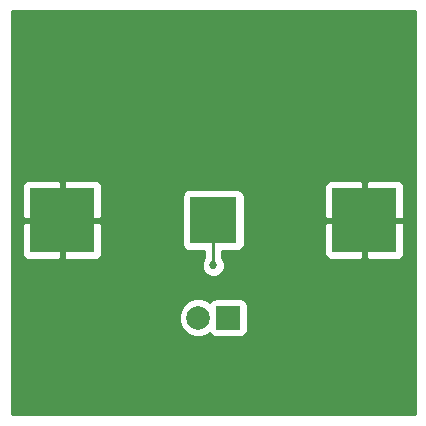
<source format=gbr>
G04 #@! TF.FileFunction,Copper,L2,Bot,Signal*
%FSLAX46Y46*%
G04 Gerber Fmt 4.6, Leading zero omitted, Abs format (unit mm)*
G04 Created by KiCad (PCBNEW 4.0.6) date 2017 March 28, Tuesday 16:58:51*
%MOMM*%
%LPD*%
G01*
G04 APERTURE LIST*
%ADD10C,0.100000*%
%ADD11R,4.000000X4.000000*%
%ADD12R,5.500000X5.500000*%
%ADD13R,2.000000X2.000000*%
%ADD14C,2.000000*%
%ADD15C,0.685800*%
%ADD16C,0.254000*%
G04 APERTURE END LIST*
D10*
D11*
X213360000Y-128905000D03*
D12*
X200560000Y-128905000D03*
X226160000Y-128905000D03*
D13*
X214630000Y-137160000D03*
D14*
X212090000Y-137160000D03*
D15*
X213360000Y-132715000D03*
X208915000Y-129540000D03*
X215265000Y-121920000D03*
D16*
X213360000Y-128905000D02*
X213360000Y-132715000D01*
G36*
X230430000Y-145340000D02*
X196290000Y-145340000D01*
X196290000Y-137483795D01*
X210454716Y-137483795D01*
X210703106Y-138084943D01*
X211162637Y-138545278D01*
X211763352Y-138794716D01*
X212413795Y-138795284D01*
X213014943Y-138546894D01*
X213081574Y-138480379D01*
X213165910Y-138611441D01*
X213378110Y-138756431D01*
X213630000Y-138807440D01*
X215630000Y-138807440D01*
X215865317Y-138763162D01*
X216081441Y-138624090D01*
X216226431Y-138411890D01*
X216277440Y-138160000D01*
X216277440Y-136160000D01*
X216233162Y-135924683D01*
X216094090Y-135708559D01*
X215881890Y-135563569D01*
X215630000Y-135512560D01*
X213630000Y-135512560D01*
X213394683Y-135556838D01*
X213178559Y-135695910D01*
X213081090Y-135838561D01*
X213017363Y-135774722D01*
X212416648Y-135525284D01*
X211766205Y-135524716D01*
X211165057Y-135773106D01*
X210704722Y-136232637D01*
X210455284Y-136833352D01*
X210454716Y-137483795D01*
X196290000Y-137483795D01*
X196290000Y-129190750D01*
X197175000Y-129190750D01*
X197175000Y-131781310D01*
X197271673Y-132014699D01*
X197450302Y-132193327D01*
X197683691Y-132290000D01*
X200274250Y-132290000D01*
X200433000Y-132131250D01*
X200433000Y-129032000D01*
X200687000Y-129032000D01*
X200687000Y-132131250D01*
X200845750Y-132290000D01*
X203436309Y-132290000D01*
X203669698Y-132193327D01*
X203848327Y-132014699D01*
X203945000Y-131781310D01*
X203945000Y-129190750D01*
X203786250Y-129032000D01*
X200687000Y-129032000D01*
X200433000Y-129032000D01*
X197333750Y-129032000D01*
X197175000Y-129190750D01*
X196290000Y-129190750D01*
X196290000Y-126028690D01*
X197175000Y-126028690D01*
X197175000Y-128619250D01*
X197333750Y-128778000D01*
X200433000Y-128778000D01*
X200433000Y-125678750D01*
X200687000Y-125678750D01*
X200687000Y-128778000D01*
X203786250Y-128778000D01*
X203945000Y-128619250D01*
X203945000Y-126905000D01*
X210712560Y-126905000D01*
X210712560Y-130905000D01*
X210756838Y-131140317D01*
X210895910Y-131356441D01*
X211108110Y-131501431D01*
X211360000Y-131552440D01*
X212598000Y-131552440D01*
X212598000Y-132093917D01*
X212531460Y-132160341D01*
X212382270Y-132519630D01*
X212381931Y-132908663D01*
X212530493Y-133268212D01*
X212805341Y-133543540D01*
X213164630Y-133692730D01*
X213553663Y-133693069D01*
X213913212Y-133544507D01*
X214188540Y-133269659D01*
X214337730Y-132910370D01*
X214338069Y-132521337D01*
X214189507Y-132161788D01*
X214122000Y-132094163D01*
X214122000Y-131552440D01*
X215360000Y-131552440D01*
X215595317Y-131508162D01*
X215811441Y-131369090D01*
X215956431Y-131156890D01*
X216007440Y-130905000D01*
X216007440Y-129190750D01*
X222775000Y-129190750D01*
X222775000Y-131781310D01*
X222871673Y-132014699D01*
X223050302Y-132193327D01*
X223283691Y-132290000D01*
X225874250Y-132290000D01*
X226033000Y-132131250D01*
X226033000Y-129032000D01*
X226287000Y-129032000D01*
X226287000Y-132131250D01*
X226445750Y-132290000D01*
X229036309Y-132290000D01*
X229269698Y-132193327D01*
X229448327Y-132014699D01*
X229545000Y-131781310D01*
X229545000Y-129190750D01*
X229386250Y-129032000D01*
X226287000Y-129032000D01*
X226033000Y-129032000D01*
X222933750Y-129032000D01*
X222775000Y-129190750D01*
X216007440Y-129190750D01*
X216007440Y-126905000D01*
X215963162Y-126669683D01*
X215824090Y-126453559D01*
X215611890Y-126308569D01*
X215360000Y-126257560D01*
X211360000Y-126257560D01*
X211124683Y-126301838D01*
X210908559Y-126440910D01*
X210763569Y-126653110D01*
X210712560Y-126905000D01*
X203945000Y-126905000D01*
X203945000Y-126028690D01*
X222775000Y-126028690D01*
X222775000Y-128619250D01*
X222933750Y-128778000D01*
X226033000Y-128778000D01*
X226033000Y-125678750D01*
X226287000Y-125678750D01*
X226287000Y-128778000D01*
X229386250Y-128778000D01*
X229545000Y-128619250D01*
X229545000Y-126028690D01*
X229448327Y-125795301D01*
X229269698Y-125616673D01*
X229036309Y-125520000D01*
X226445750Y-125520000D01*
X226287000Y-125678750D01*
X226033000Y-125678750D01*
X225874250Y-125520000D01*
X223283691Y-125520000D01*
X223050302Y-125616673D01*
X222871673Y-125795301D01*
X222775000Y-126028690D01*
X203945000Y-126028690D01*
X203848327Y-125795301D01*
X203669698Y-125616673D01*
X203436309Y-125520000D01*
X200845750Y-125520000D01*
X200687000Y-125678750D01*
X200433000Y-125678750D01*
X200274250Y-125520000D01*
X197683691Y-125520000D01*
X197450302Y-125616673D01*
X197271673Y-125795301D01*
X197175000Y-126028690D01*
X196290000Y-126028690D01*
X196290000Y-111200000D01*
X230430000Y-111200000D01*
X230430000Y-145340000D01*
X230430000Y-145340000D01*
G37*
X230430000Y-145340000D02*
X196290000Y-145340000D01*
X196290000Y-137483795D01*
X210454716Y-137483795D01*
X210703106Y-138084943D01*
X211162637Y-138545278D01*
X211763352Y-138794716D01*
X212413795Y-138795284D01*
X213014943Y-138546894D01*
X213081574Y-138480379D01*
X213165910Y-138611441D01*
X213378110Y-138756431D01*
X213630000Y-138807440D01*
X215630000Y-138807440D01*
X215865317Y-138763162D01*
X216081441Y-138624090D01*
X216226431Y-138411890D01*
X216277440Y-138160000D01*
X216277440Y-136160000D01*
X216233162Y-135924683D01*
X216094090Y-135708559D01*
X215881890Y-135563569D01*
X215630000Y-135512560D01*
X213630000Y-135512560D01*
X213394683Y-135556838D01*
X213178559Y-135695910D01*
X213081090Y-135838561D01*
X213017363Y-135774722D01*
X212416648Y-135525284D01*
X211766205Y-135524716D01*
X211165057Y-135773106D01*
X210704722Y-136232637D01*
X210455284Y-136833352D01*
X210454716Y-137483795D01*
X196290000Y-137483795D01*
X196290000Y-129190750D01*
X197175000Y-129190750D01*
X197175000Y-131781310D01*
X197271673Y-132014699D01*
X197450302Y-132193327D01*
X197683691Y-132290000D01*
X200274250Y-132290000D01*
X200433000Y-132131250D01*
X200433000Y-129032000D01*
X200687000Y-129032000D01*
X200687000Y-132131250D01*
X200845750Y-132290000D01*
X203436309Y-132290000D01*
X203669698Y-132193327D01*
X203848327Y-132014699D01*
X203945000Y-131781310D01*
X203945000Y-129190750D01*
X203786250Y-129032000D01*
X200687000Y-129032000D01*
X200433000Y-129032000D01*
X197333750Y-129032000D01*
X197175000Y-129190750D01*
X196290000Y-129190750D01*
X196290000Y-126028690D01*
X197175000Y-126028690D01*
X197175000Y-128619250D01*
X197333750Y-128778000D01*
X200433000Y-128778000D01*
X200433000Y-125678750D01*
X200687000Y-125678750D01*
X200687000Y-128778000D01*
X203786250Y-128778000D01*
X203945000Y-128619250D01*
X203945000Y-126905000D01*
X210712560Y-126905000D01*
X210712560Y-130905000D01*
X210756838Y-131140317D01*
X210895910Y-131356441D01*
X211108110Y-131501431D01*
X211360000Y-131552440D01*
X212598000Y-131552440D01*
X212598000Y-132093917D01*
X212531460Y-132160341D01*
X212382270Y-132519630D01*
X212381931Y-132908663D01*
X212530493Y-133268212D01*
X212805341Y-133543540D01*
X213164630Y-133692730D01*
X213553663Y-133693069D01*
X213913212Y-133544507D01*
X214188540Y-133269659D01*
X214337730Y-132910370D01*
X214338069Y-132521337D01*
X214189507Y-132161788D01*
X214122000Y-132094163D01*
X214122000Y-131552440D01*
X215360000Y-131552440D01*
X215595317Y-131508162D01*
X215811441Y-131369090D01*
X215956431Y-131156890D01*
X216007440Y-130905000D01*
X216007440Y-129190750D01*
X222775000Y-129190750D01*
X222775000Y-131781310D01*
X222871673Y-132014699D01*
X223050302Y-132193327D01*
X223283691Y-132290000D01*
X225874250Y-132290000D01*
X226033000Y-132131250D01*
X226033000Y-129032000D01*
X226287000Y-129032000D01*
X226287000Y-132131250D01*
X226445750Y-132290000D01*
X229036309Y-132290000D01*
X229269698Y-132193327D01*
X229448327Y-132014699D01*
X229545000Y-131781310D01*
X229545000Y-129190750D01*
X229386250Y-129032000D01*
X226287000Y-129032000D01*
X226033000Y-129032000D01*
X222933750Y-129032000D01*
X222775000Y-129190750D01*
X216007440Y-129190750D01*
X216007440Y-126905000D01*
X215963162Y-126669683D01*
X215824090Y-126453559D01*
X215611890Y-126308569D01*
X215360000Y-126257560D01*
X211360000Y-126257560D01*
X211124683Y-126301838D01*
X210908559Y-126440910D01*
X210763569Y-126653110D01*
X210712560Y-126905000D01*
X203945000Y-126905000D01*
X203945000Y-126028690D01*
X222775000Y-126028690D01*
X222775000Y-128619250D01*
X222933750Y-128778000D01*
X226033000Y-128778000D01*
X226033000Y-125678750D01*
X226287000Y-125678750D01*
X226287000Y-128778000D01*
X229386250Y-128778000D01*
X229545000Y-128619250D01*
X229545000Y-126028690D01*
X229448327Y-125795301D01*
X229269698Y-125616673D01*
X229036309Y-125520000D01*
X226445750Y-125520000D01*
X226287000Y-125678750D01*
X226033000Y-125678750D01*
X225874250Y-125520000D01*
X223283691Y-125520000D01*
X223050302Y-125616673D01*
X222871673Y-125795301D01*
X222775000Y-126028690D01*
X203945000Y-126028690D01*
X203848327Y-125795301D01*
X203669698Y-125616673D01*
X203436309Y-125520000D01*
X200845750Y-125520000D01*
X200687000Y-125678750D01*
X200433000Y-125678750D01*
X200274250Y-125520000D01*
X197683691Y-125520000D01*
X197450302Y-125616673D01*
X197271673Y-125795301D01*
X197175000Y-126028690D01*
X196290000Y-126028690D01*
X196290000Y-111200000D01*
X230430000Y-111200000D01*
X230430000Y-145340000D01*
M02*

</source>
